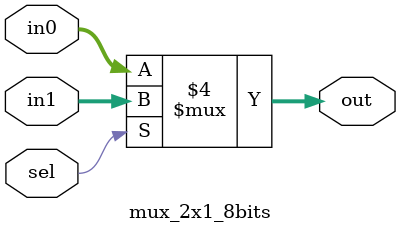
<source format=v>
/*
CO 224 (computer architecture) Lab 06 Task 01
Design: 8bit 2:1 mux module
Author: Kalpage S.W.
Reg no: E/16/168
Date  : 31/05/2020
*/

`timescale  1ns/100ps

module mux_2x1_8bits(in0,in1,sel,out);

    //ports declaration
    input sel ;
    input [7:0] in0, in1 ;
    output [7:0] out ;

    reg out;

    always @ (in0, in1, sel)
    begin
        if (sel == 1'b0) begin
            out = in0;
        end else begin
            out = in1;
        end
    end

endmodule

</source>
